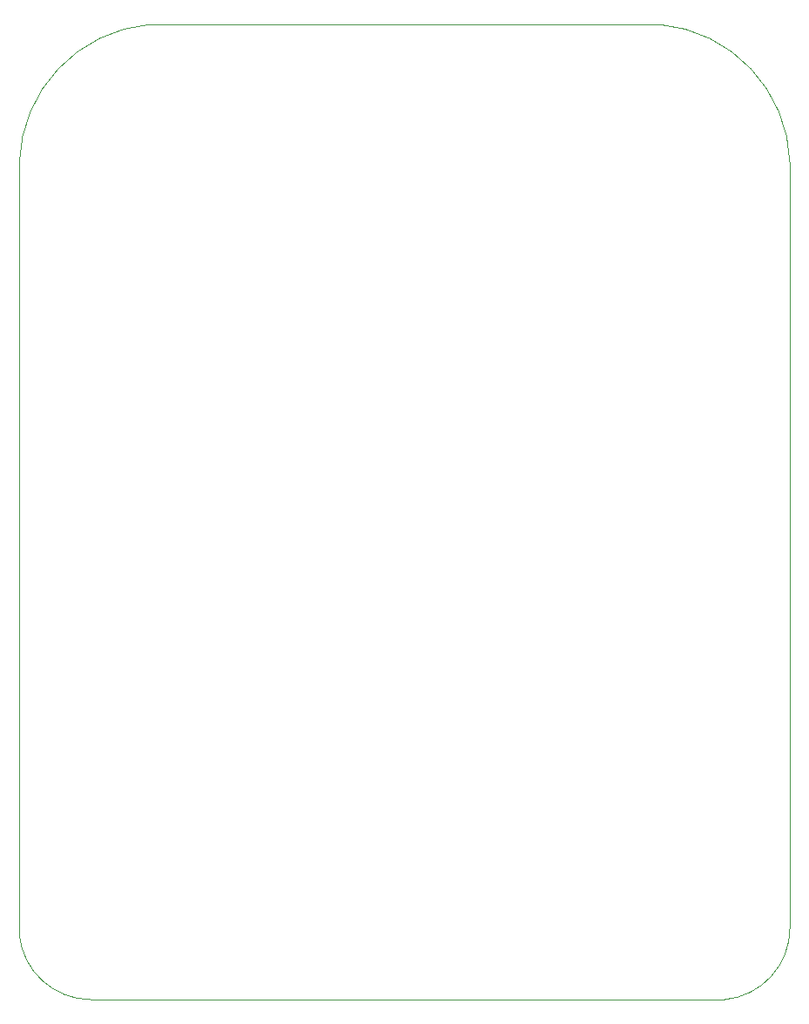
<source format=gko>
%FSAX44Y44*%
%MOMM*%
G71*
G01*
G75*
G04 Layer_Color=16711935*
%ADD10C,1.0160*%
%ADD11C,0.2540*%
%ADD12C,0.5080*%
%ADD13R,9.1440X5.0800*%
%ADD14O,3.0480X1.5240*%
%ADD15C,1.5240*%
%ADD16C,2.0320*%
%ADD17C,5.0038*%
%ADD18C,1.5000*%
%ADD19R,1.5000X1.5000*%
%ADD20R,1.5000X1.5000*%
%ADD21C,0.8128*%
%ADD22C,5.0800*%
%ADD23C,1.6256*%
%ADD24C,1.4732*%
%ADD25R,1.5400X3.1400*%
%ADD26R,1.3000X1.3000*%
%ADD27R,1.3000X1.3000*%
G04:AMPARAMS|DCode=28|XSize=1.3mm|YSize=1.3mm|CornerRadius=0mm|HoleSize=0mm|Usage=FLASHONLY|Rotation=225.000|XOffset=0mm|YOffset=0mm|HoleType=Round|Shape=Rectangle|*
%AMROTATEDRECTD28*
4,1,4,0.0000,0.9192,0.9192,0.0000,0.0000,-0.9192,-0.9192,0.0000,0.0000,0.9192,0.0*
%
%ADD28ROTATEDRECTD28*%

%ADD29P,1.8385X4X270.0*%
G04:AMPARAMS|DCode=30|XSize=0.55mm|YSize=1.45mm|CornerRadius=0mm|HoleSize=0mm|Usage=FLASHONLY|Rotation=135.000|XOffset=0mm|YOffset=0mm|HoleType=Round|Shape=Round|*
%AMOVALD30*
21,1,0.9000,0.5500,0.0000,0.0000,225.0*
1,1,0.5500,0.3182,0.3182*
1,1,0.5500,-0.3182,-0.3182*
%
%ADD30OVALD30*%

G04:AMPARAMS|DCode=31|XSize=0.55mm|YSize=1.45mm|CornerRadius=0mm|HoleSize=0mm|Usage=FLASHONLY|Rotation=45.000|XOffset=0mm|YOffset=0mm|HoleType=Round|Shape=Round|*
%AMOVALD31*
21,1,0.9000,0.5500,0.0000,0.0000,135.0*
1,1,0.5500,0.3182,-0.3182*
1,1,0.5500,-0.3182,0.3182*
%
%ADD31OVALD31*%

%ADD32R,1.4000X0.4000*%
%ADD33R,1.9000X2.3000*%
%ADD34R,1.9000X1.8000*%
%ADD35R,1.6000X0.3000*%
%ADD36R,14.4780X21.5900*%
%ADD37R,3.3020X3.0480*%
%ADD38C,0.3048*%
%ADD39O,3.2512X1.7272*%
%ADD40C,1.7272*%
%ADD41C,2.2352*%
%ADD42C,5.2070*%
%ADD43C,1.7032*%
%ADD44R,1.7032X1.7032*%
%ADD45R,1.7032X1.7032*%
%ADD46C,1.0160*%
%ADD47C,5.2832*%
%ADD48C,0.2032*%
%ADD49R,1.7432X3.3432*%
%ADD50R,1.5032X1.5032*%
%ADD51R,1.5032X1.5032*%
G04:AMPARAMS|DCode=52|XSize=1.5032mm|YSize=1.5032mm|CornerRadius=0mm|HoleSize=0mm|Usage=FLASHONLY|Rotation=225.000|XOffset=0mm|YOffset=0mm|HoleType=Round|Shape=Rectangle|*
%AMROTATEDRECTD52*
4,1,4,0.0000,1.0629,1.0629,0.0000,0.0000,-1.0629,-1.0629,0.0000,0.0000,1.0629,0.0*
%
%ADD52ROTATEDRECTD52*%

%ADD53P,2.1258X4X270.0*%
G04:AMPARAMS|DCode=54|XSize=0.7532mm|YSize=1.6532mm|CornerRadius=0mm|HoleSize=0mm|Usage=FLASHONLY|Rotation=135.000|XOffset=0mm|YOffset=0mm|HoleType=Round|Shape=Round|*
%AMOVALD54*
21,1,0.9000,0.7532,0.0000,0.0000,225.0*
1,1,0.7532,0.3182,0.3182*
1,1,0.7532,-0.3182,-0.3182*
%
%ADD54OVALD54*%

G04:AMPARAMS|DCode=55|XSize=0.7532mm|YSize=1.6532mm|CornerRadius=0mm|HoleSize=0mm|Usage=FLASHONLY|Rotation=45.000|XOffset=0mm|YOffset=0mm|HoleType=Round|Shape=Round|*
%AMOVALD55*
21,1,0.9000,0.7532,0.0000,0.0000,135.0*
1,1,0.7532,0.3182,-0.3182*
1,1,0.7532,-0.3182,0.3182*
%
%ADD55OVALD55*%

%ADD56R,1.6032X0.6032*%
%ADD57R,2.1032X2.5032*%
%ADD58R,2.1032X2.0032*%
%ADD59R,1.8032X0.5032*%
%ADD60C,0.0000*%
D60*
X00635000Y01709420D02*
G03*
X00508000Y01574800I00012143J-00138672D01*
G01*
X01257300D02*
G03*
X01130300Y01709420I-00139143J-00004052D01*
G01*
X00508000Y00825500D02*
G03*
X00577850Y00762000I00069692J00006494D01*
G01*
X01193800D02*
G03*
X01257300Y00831850I-00006494J00069692D01*
G01*
X00577850Y00762000D02*
X01193800D01*
X01257300Y00831850D02*
Y01574800D01*
X00508000Y00825500D02*
Y01574800D01*
X00635000Y01709420D02*
X01130300D01*
M02*

</source>
